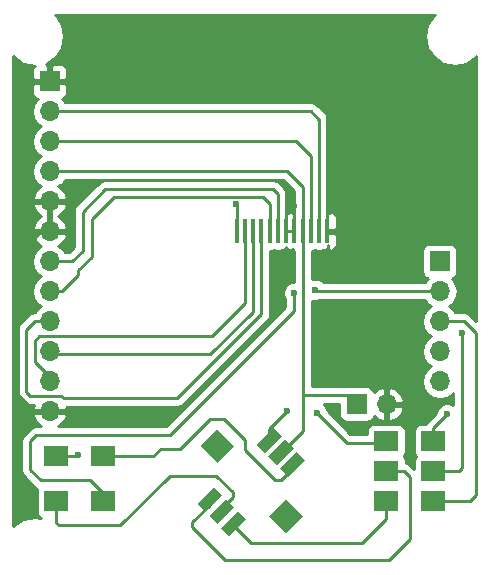
<source format=gbr>
G04 #@! TF.FileFunction,Copper,L1,Top,Signal*
%FSLAX46Y46*%
G04 Gerber Fmt 4.6, Leading zero omitted, Abs format (unit mm)*
G04 Created by KiCad (PCBNEW 4.0.7) date 04/18/19 12:47:30*
%MOMM*%
%LPD*%
G01*
G04 APERTURE LIST*
%ADD10C,0.100000*%
%ADD11R,2.000000X1.700000*%
%ADD12R,1.700000X1.700000*%
%ADD13O,1.700000X1.700000*%
%ADD14R,0.350000X2.000000*%
%ADD15C,0.600000*%
%ADD16C,0.250000*%
%ADD17C,0.254000*%
G04 APERTURE END LIST*
D10*
D11*
X144050000Y-140970000D03*
X148050000Y-140970000D03*
X116110000Y-143510000D03*
X120110000Y-143510000D03*
X144050000Y-143510000D03*
X148050000Y-143510000D03*
X116110000Y-139700000D03*
X120110000Y-139700000D03*
X148050000Y-138430000D03*
X144050000Y-138430000D03*
D12*
X115570000Y-107950000D03*
D13*
X115570000Y-110490000D03*
X115570000Y-113030000D03*
X115570000Y-115570000D03*
X115570000Y-118110000D03*
X115570000Y-120650000D03*
X115570000Y-123190000D03*
X115570000Y-125730000D03*
X115570000Y-128270000D03*
X115570000Y-130810000D03*
X115570000Y-133350000D03*
X115570000Y-135890000D03*
D12*
X148590000Y-123190000D03*
D13*
X148590000Y-125730000D03*
X148590000Y-128270000D03*
X148590000Y-130810000D03*
X148590000Y-133350000D03*
D10*
G36*
X135800688Y-141424035D02*
X135093581Y-140716928D01*
X136507794Y-139302715D01*
X137214901Y-140009822D01*
X135800688Y-141424035D01*
X135800688Y-141424035D01*
G37*
G36*
X134793060Y-140416408D02*
X134085953Y-139709301D01*
X135500166Y-138295088D01*
X136207273Y-139002195D01*
X134793060Y-140416408D01*
X134793060Y-140416408D01*
G37*
G36*
X133785433Y-139408780D02*
X133078326Y-138701673D01*
X134492539Y-137287460D01*
X135199646Y-137994567D01*
X133785433Y-139408780D01*
X133785433Y-139408780D01*
G37*
G36*
X128764975Y-144429239D02*
X128057868Y-143722132D01*
X129472081Y-142307919D01*
X130179188Y-143015026D01*
X128764975Y-144429239D01*
X128764975Y-144429239D01*
G37*
G36*
X130780229Y-146444493D02*
X130073122Y-145737386D01*
X131487335Y-144323173D01*
X132194442Y-145030280D01*
X130780229Y-146444493D01*
X130780229Y-146444493D01*
G37*
G36*
X129772602Y-145436866D02*
X129065495Y-144729759D01*
X130479708Y-143315546D01*
X131186815Y-144022653D01*
X129772602Y-145436866D01*
X129772602Y-145436866D01*
G37*
G36*
X135553200Y-146197006D02*
X134138986Y-144782792D01*
X135553200Y-143368578D01*
X136967414Y-144782792D01*
X135553200Y-146197006D01*
X135553200Y-146197006D01*
G37*
G36*
X129754924Y-140257309D02*
X128340710Y-138843095D01*
X129754924Y-137428881D01*
X131169138Y-138843095D01*
X129754924Y-140257309D01*
X129754924Y-140257309D01*
G37*
D14*
X139080000Y-120650000D03*
X138380000Y-120650000D03*
X137680000Y-120650000D03*
X136980000Y-120650000D03*
X136280000Y-120650000D03*
X135580000Y-120650000D03*
X134880000Y-120650000D03*
X134180000Y-120650000D03*
X133480000Y-120650000D03*
X132780000Y-120650000D03*
X132080000Y-120650000D03*
X131380000Y-120650000D03*
D12*
X141541500Y-135280400D03*
D13*
X144081500Y-135280400D03*
D15*
X150495000Y-129286000D03*
X136271000Y-125857000D03*
X138049000Y-125603000D03*
X117983000Y-139573000D03*
X149225000Y-136144000D03*
X138176000Y-136017000D03*
X135636000Y-135890000D03*
X131318000Y-118364000D03*
X136271000Y-118491000D03*
D16*
X129118528Y-143368579D02*
X129118528Y-143804472D01*
X129118528Y-143804472D02*
X127635000Y-145288000D01*
X127635000Y-145288000D02*
X127635000Y-145669000D01*
X127635000Y-145669000D02*
X130429000Y-148463000D01*
X130429000Y-148463000D02*
X144272000Y-148463000D01*
X144272000Y-148463000D02*
X146050000Y-146685000D01*
X146050000Y-146685000D02*
X146050000Y-141478000D01*
X146050000Y-141478000D02*
X145542000Y-140970000D01*
X145542000Y-140970000D02*
X144050000Y-140970000D01*
X148050000Y-140970000D02*
X150241000Y-140970000D01*
X150495000Y-140716000D02*
X150495000Y-129286000D01*
X150241000Y-140970000D02*
X150495000Y-140716000D01*
X130126155Y-144376206D02*
X130126155Y-144066845D01*
X130126155Y-144066845D02*
X131064000Y-143129000D01*
X131064000Y-143129000D02*
X131064000Y-142748000D01*
X131064000Y-142748000D02*
X129667000Y-141351000D01*
X129667000Y-141351000D02*
X125730000Y-141351000D01*
X125730000Y-141351000D02*
X121539000Y-145542000D01*
X121539000Y-145542000D02*
X116332000Y-145542000D01*
X116332000Y-145542000D02*
X116110000Y-145320000D01*
X116110000Y-145320000D02*
X116110000Y-143510000D01*
X120110000Y-143510000D02*
X120110000Y-142843000D01*
X120110000Y-142843000D02*
X118999000Y-141732000D01*
X118999000Y-141732000D02*
X114808000Y-141732000D01*
X114808000Y-141732000D02*
X113919000Y-140843000D01*
X113919000Y-140843000D02*
X113919000Y-138430000D01*
X113919000Y-138430000D02*
X114427000Y-137922000D01*
X114427000Y-137922000D02*
X125730000Y-137922000D01*
X125730000Y-137922000D02*
X136271000Y-127381000D01*
X136271000Y-127381000D02*
X136271000Y-125857000D01*
X138049000Y-125603000D02*
X138176000Y-125730000D01*
X138176000Y-125730000D02*
X148590000Y-125730000D01*
X131133782Y-145383833D02*
X131133782Y-145611782D01*
X131133782Y-145611782D02*
X132588000Y-147066000D01*
X132588000Y-147066000D02*
X141986000Y-147066000D01*
X141986000Y-147066000D02*
X144050000Y-145002000D01*
X144050000Y-145002000D02*
X144050000Y-143510000D01*
X148050000Y-143510000D02*
X151130000Y-143510000D01*
X150622000Y-128270000D02*
X148590000Y-128270000D01*
X151638000Y-129286000D02*
X150622000Y-128270000D01*
X151638000Y-143002000D02*
X151638000Y-129286000D01*
X151130000Y-143510000D02*
X151638000Y-143002000D01*
X116110000Y-139700000D02*
X117856000Y-139700000D01*
X117856000Y-139700000D02*
X117983000Y-139573000D01*
X120110000Y-139700000D02*
X124333000Y-139700000D01*
X135128000Y-141732000D02*
X136154241Y-140705759D01*
X134620000Y-141732000D02*
X135128000Y-141732000D01*
X132080000Y-139192000D02*
X134620000Y-141732000D01*
X132080000Y-138303000D02*
X132080000Y-139192000D01*
X130302000Y-136525000D02*
X132080000Y-138303000D01*
X129159000Y-136525000D02*
X130302000Y-136525000D01*
X126619000Y-139065000D02*
X129159000Y-136525000D01*
X124968000Y-139065000D02*
X126619000Y-139065000D01*
X124333000Y-139700000D02*
X124968000Y-139065000D01*
X136154241Y-140705759D02*
X136154241Y-140363375D01*
X148050000Y-138430000D02*
X148050000Y-137319000D01*
X148050000Y-137319000D02*
X149225000Y-136144000D01*
X134138986Y-138348120D02*
X134138986Y-137387014D01*
X140716000Y-138557000D02*
X143923000Y-138557000D01*
X138176000Y-136017000D02*
X140716000Y-138557000D01*
X134138986Y-137387014D02*
X135636000Y-135890000D01*
X143923000Y-138557000D02*
X144050000Y-138430000D01*
X136280000Y-120650000D02*
X136280000Y-118500000D01*
X131380000Y-118426000D02*
X131380000Y-120650000D01*
X131318000Y-118364000D02*
X131380000Y-118426000D01*
X136280000Y-118500000D02*
X136271000Y-118491000D01*
X115570000Y-120650000D02*
X114808000Y-120650000D01*
X114808000Y-120650000D02*
X112903000Y-122555000D01*
X114300000Y-135890000D02*
X115570000Y-135890000D01*
X112903000Y-134493000D02*
X114300000Y-135890000D01*
X112903000Y-122555000D02*
X112903000Y-134493000D01*
X115570000Y-120650000D02*
X115570000Y-118110000D01*
X115570000Y-118110000D02*
X114046000Y-118110000D01*
X114300000Y-107950000D02*
X115570000Y-107950000D01*
X113284000Y-108966000D02*
X114300000Y-107950000D01*
X113284000Y-117348000D02*
X113284000Y-108966000D01*
X114046000Y-118110000D02*
X113284000Y-117348000D01*
X135580000Y-120650000D02*
X135580000Y-116911000D01*
X117221000Y-117983000D02*
X115697000Y-117983000D01*
X118872000Y-116332000D02*
X117221000Y-117983000D01*
X135001000Y-116332000D02*
X118872000Y-116332000D01*
X135580000Y-116911000D02*
X135001000Y-116332000D01*
X115697000Y-117983000D02*
X115570000Y-118110000D01*
X136280000Y-120650000D02*
X135580000Y-120650000D01*
X139080000Y-120650000D02*
X139080000Y-109743000D01*
X139080000Y-109743000D02*
X137287000Y-107950000D01*
X137287000Y-107950000D02*
X115570000Y-107950000D01*
X138380000Y-120650000D02*
X138380000Y-111202000D01*
X137668000Y-110490000D02*
X115570000Y-110490000D01*
X138380000Y-111202000D02*
X137668000Y-110490000D01*
X137680000Y-120650000D02*
X137680000Y-114312000D01*
X136398000Y-113030000D02*
X115570000Y-113030000D01*
X137680000Y-114312000D02*
X136398000Y-113030000D01*
X137033000Y-134518400D02*
X140779500Y-134518400D01*
X140779500Y-134518400D02*
X141541500Y-135280400D01*
X135146613Y-139355748D02*
X135218252Y-139355748D01*
X135218252Y-139355748D02*
X137033000Y-137541000D01*
X137033000Y-137541000D02*
X137033000Y-134518400D01*
X137033000Y-134518400D02*
X137033000Y-120703000D01*
X137033000Y-120703000D02*
X136980000Y-120650000D01*
X136980000Y-120650000D02*
X136980000Y-116914000D01*
X135636000Y-115570000D02*
X115570000Y-115570000D01*
X136980000Y-116914000D02*
X135636000Y-115570000D01*
X134880000Y-120650000D02*
X134880000Y-117481000D01*
X117475000Y-123190000D02*
X115570000Y-123190000D01*
X118364000Y-122301000D02*
X117475000Y-123190000D01*
X118364000Y-118999000D02*
X118364000Y-122301000D01*
X120269000Y-117094000D02*
X118364000Y-118999000D01*
X134493000Y-117094000D02*
X120269000Y-117094000D01*
X134880000Y-117481000D02*
X134493000Y-117094000D01*
X134180000Y-120650000D02*
X134180000Y-118305000D01*
X116586000Y-125730000D02*
X115570000Y-125730000D01*
X117983000Y-124333000D02*
X116586000Y-125730000D01*
X117983000Y-123952000D02*
X117983000Y-124333000D01*
X119126000Y-122809000D02*
X117983000Y-123952000D01*
X119126000Y-119634000D02*
X119126000Y-122809000D01*
X121031000Y-117729000D02*
X119126000Y-119634000D01*
X133604000Y-117729000D02*
X121031000Y-117729000D01*
X134180000Y-118305000D02*
X133604000Y-117729000D01*
X133480000Y-120650000D02*
X133480000Y-127632000D01*
X114300000Y-128270000D02*
X115570000Y-128270000D01*
X113538000Y-129032000D02*
X114300000Y-128270000D01*
X113538000Y-134239000D02*
X113538000Y-129032000D01*
X113919000Y-134620000D02*
X113538000Y-134239000D01*
X116586000Y-134620000D02*
X113919000Y-134620000D01*
X116713000Y-134747000D02*
X116586000Y-134620000D01*
X126365000Y-134747000D02*
X116713000Y-134747000D01*
X133480000Y-127632000D02*
X126365000Y-134747000D01*
X132780000Y-120650000D02*
X132780000Y-127443000D01*
X129159000Y-131064000D02*
X115824000Y-131064000D01*
X132780000Y-127443000D02*
X129159000Y-131064000D01*
X115824000Y-131064000D02*
X115570000Y-130810000D01*
X132080000Y-120650000D02*
X132080000Y-126746000D01*
X114300000Y-131699000D02*
X115570000Y-132969000D01*
X114300000Y-129921000D02*
X114300000Y-131699000D01*
X114681000Y-129540000D02*
X114300000Y-129921000D01*
X129286000Y-129540000D02*
X114681000Y-129540000D01*
X132080000Y-126746000D02*
X129286000Y-129540000D01*
X115570000Y-132969000D02*
X115570000Y-133350000D01*
D17*
G36*
X148087954Y-102367954D02*
X147544711Y-103180976D01*
X147353949Y-104140000D01*
X147544711Y-105099024D01*
X148087954Y-105912046D01*
X148900976Y-106455289D01*
X149860000Y-106646051D01*
X150819024Y-106455289D01*
X151632046Y-105912046D01*
X151690000Y-105825312D01*
X151690000Y-128263198D01*
X151159401Y-127732599D01*
X150912839Y-127567852D01*
X150622000Y-127510000D01*
X149862954Y-127510000D01*
X149669147Y-127219946D01*
X149339974Y-127000000D01*
X149669147Y-126780054D01*
X149991054Y-126298285D01*
X150104093Y-125730000D01*
X149991054Y-125161715D01*
X149669147Y-124679946D01*
X149627548Y-124652150D01*
X149675317Y-124643162D01*
X149891441Y-124504090D01*
X150036431Y-124291890D01*
X150087440Y-124040000D01*
X150087440Y-122340000D01*
X150043162Y-122104683D01*
X149904090Y-121888559D01*
X149691890Y-121743569D01*
X149440000Y-121692560D01*
X147740000Y-121692560D01*
X147504683Y-121736838D01*
X147288559Y-121875910D01*
X147143569Y-122088110D01*
X147092560Y-122340000D01*
X147092560Y-124040000D01*
X147136838Y-124275317D01*
X147275910Y-124491441D01*
X147488110Y-124636431D01*
X147555541Y-124650086D01*
X147510853Y-124679946D01*
X147317046Y-124970000D01*
X138738241Y-124970000D01*
X138579327Y-124810808D01*
X138235799Y-124668162D01*
X137863833Y-124667838D01*
X137793000Y-124697106D01*
X137793000Y-122297440D01*
X137855000Y-122297440D01*
X138036424Y-122263303D01*
X138205000Y-122297440D01*
X138555000Y-122297440D01*
X138729469Y-122264611D01*
X138778691Y-122285000D01*
X138833750Y-122285000D01*
X138992500Y-122126250D01*
X138992500Y-122123061D01*
X139006441Y-122114090D01*
X139151431Y-121901890D01*
X139167500Y-121822539D01*
X139167500Y-122126250D01*
X139326250Y-122285000D01*
X139381309Y-122285000D01*
X139614698Y-122188327D01*
X139793327Y-122009699D01*
X139890000Y-121776310D01*
X139890000Y-120935750D01*
X139731250Y-120777000D01*
X139202440Y-120777000D01*
X139202440Y-120523000D01*
X139731250Y-120523000D01*
X139890000Y-120364250D01*
X139890000Y-119523690D01*
X139793327Y-119290301D01*
X139614698Y-119111673D01*
X139381309Y-119015000D01*
X139326250Y-119015000D01*
X139207002Y-119134248D01*
X139207002Y-119015000D01*
X139140000Y-119015000D01*
X139140000Y-111202000D01*
X139082148Y-110911161D01*
X138917401Y-110664599D01*
X138205401Y-109952599D01*
X137958839Y-109787852D01*
X137668000Y-109730000D01*
X116842954Y-109730000D01*
X116649147Y-109439946D01*
X116605223Y-109410597D01*
X116779698Y-109338327D01*
X116958327Y-109159699D01*
X117055000Y-108926310D01*
X117055000Y-108235750D01*
X116896250Y-108077000D01*
X115697000Y-108077000D01*
X115697000Y-108097000D01*
X115443000Y-108097000D01*
X115443000Y-108077000D01*
X114243750Y-108077000D01*
X114085000Y-108235750D01*
X114085000Y-108926310D01*
X114181673Y-109159699D01*
X114360302Y-109338327D01*
X114534777Y-109410597D01*
X114490853Y-109439946D01*
X114168946Y-109921715D01*
X114055907Y-110490000D01*
X114168946Y-111058285D01*
X114490853Y-111540054D01*
X114820026Y-111760000D01*
X114490853Y-111979946D01*
X114168946Y-112461715D01*
X114055907Y-113030000D01*
X114168946Y-113598285D01*
X114490853Y-114080054D01*
X114820026Y-114300000D01*
X114490853Y-114519946D01*
X114168946Y-115001715D01*
X114055907Y-115570000D01*
X114168946Y-116138285D01*
X114490853Y-116620054D01*
X114831553Y-116847702D01*
X114688642Y-116914817D01*
X114298355Y-117343076D01*
X114128524Y-117753110D01*
X114249845Y-117983000D01*
X115443000Y-117983000D01*
X115443000Y-117963000D01*
X115697000Y-117963000D01*
X115697000Y-117983000D01*
X116890155Y-117983000D01*
X117011476Y-117753110D01*
X116841645Y-117343076D01*
X116451358Y-116914817D01*
X116308447Y-116847702D01*
X116649147Y-116620054D01*
X116842954Y-116330000D01*
X135321198Y-116330000D01*
X136220000Y-117228802D01*
X136220000Y-119015000D01*
X136152998Y-119015000D01*
X136152998Y-119134248D01*
X136033750Y-119015000D01*
X135978691Y-119015000D01*
X135930000Y-119035168D01*
X135881309Y-119015000D01*
X135826250Y-119015000D01*
X135707002Y-119134248D01*
X135707002Y-119015000D01*
X135640000Y-119015000D01*
X135640000Y-117481000D01*
X135582148Y-117190161D01*
X135417401Y-116943599D01*
X135030401Y-116556599D01*
X134783839Y-116391852D01*
X134493000Y-116334000D01*
X120269000Y-116334000D01*
X119978161Y-116391852D01*
X119731599Y-116556599D01*
X117826599Y-118461599D01*
X117661852Y-118708161D01*
X117604000Y-118999000D01*
X117604000Y-121986198D01*
X117160198Y-122430000D01*
X116842954Y-122430000D01*
X116649147Y-122139946D01*
X116308447Y-121912298D01*
X116451358Y-121845183D01*
X116841645Y-121416924D01*
X117011476Y-121006890D01*
X116890155Y-120777000D01*
X115697000Y-120777000D01*
X115697000Y-120797000D01*
X115443000Y-120797000D01*
X115443000Y-120777000D01*
X114249845Y-120777000D01*
X114128524Y-121006890D01*
X114298355Y-121416924D01*
X114688642Y-121845183D01*
X114831553Y-121912298D01*
X114490853Y-122139946D01*
X114168946Y-122621715D01*
X114055907Y-123190000D01*
X114168946Y-123758285D01*
X114490853Y-124240054D01*
X114820026Y-124460000D01*
X114490853Y-124679946D01*
X114168946Y-125161715D01*
X114055907Y-125730000D01*
X114168946Y-126298285D01*
X114490853Y-126780054D01*
X114820026Y-127000000D01*
X114490853Y-127219946D01*
X114296593Y-127510678D01*
X114009161Y-127567852D01*
X113762599Y-127732599D01*
X113000599Y-128494599D01*
X112835852Y-128741161D01*
X112778000Y-129032000D01*
X112778000Y-134239000D01*
X112835852Y-134529839D01*
X113000599Y-134776401D01*
X113381599Y-135157401D01*
X113628160Y-135322148D01*
X113919000Y-135380000D01*
X114191940Y-135380000D01*
X114128524Y-135533110D01*
X114249845Y-135763000D01*
X115443000Y-135763000D01*
X115443000Y-135743000D01*
X115697000Y-135743000D01*
X115697000Y-135763000D01*
X116890155Y-135763000D01*
X117011476Y-135533110D01*
X117000662Y-135507000D01*
X126365000Y-135507000D01*
X126655839Y-135449148D01*
X126902401Y-135284401D01*
X134017401Y-128169402D01*
X134182147Y-127922840D01*
X134182148Y-127922839D01*
X134240000Y-127632000D01*
X134240000Y-122297440D01*
X134355000Y-122297440D01*
X134536424Y-122263303D01*
X134705000Y-122297440D01*
X135055000Y-122297440D01*
X135229469Y-122264611D01*
X135278691Y-122285000D01*
X135333750Y-122285000D01*
X135492500Y-122126250D01*
X135492500Y-122123061D01*
X135506441Y-122114090D01*
X135573265Y-122016290D01*
X135667500Y-122110525D01*
X135667500Y-122126250D01*
X135826250Y-122285000D01*
X135881309Y-122285000D01*
X135930000Y-122264832D01*
X135978691Y-122285000D01*
X136033750Y-122285000D01*
X136152998Y-122165752D01*
X136152998Y-122285000D01*
X136273000Y-122285000D01*
X136273000Y-124922001D01*
X136085833Y-124921838D01*
X135742057Y-125063883D01*
X135478808Y-125326673D01*
X135336162Y-125670201D01*
X135335838Y-126042167D01*
X135477883Y-126385943D01*
X135511000Y-126419118D01*
X135511000Y-127066198D01*
X125415198Y-137162000D01*
X116287788Y-137162000D01*
X116451358Y-137085183D01*
X116841645Y-136656924D01*
X117011476Y-136246890D01*
X116890155Y-136017000D01*
X115697000Y-136017000D01*
X115697000Y-136037000D01*
X115443000Y-136037000D01*
X115443000Y-136017000D01*
X114249845Y-136017000D01*
X114128524Y-136246890D01*
X114298355Y-136656924D01*
X114688642Y-137085183D01*
X114852212Y-137162000D01*
X114427000Y-137162000D01*
X114136161Y-137219852D01*
X113949338Y-137344683D01*
X113889599Y-137384599D01*
X113381599Y-137892599D01*
X113216852Y-138139161D01*
X113159000Y-138430000D01*
X113159000Y-140843000D01*
X113216852Y-141133839D01*
X113381599Y-141380401D01*
X114270599Y-142269401D01*
X114509353Y-142428931D01*
X114462560Y-142660000D01*
X114462560Y-144360000D01*
X114506838Y-144595317D01*
X114645910Y-144811441D01*
X114793144Y-144912042D01*
X114300000Y-144813949D01*
X113340976Y-145004711D01*
X112527954Y-145547954D01*
X112470000Y-145634688D01*
X112470000Y-118466890D01*
X114128524Y-118466890D01*
X114298355Y-118876924D01*
X114688642Y-119305183D01*
X114847954Y-119380000D01*
X114688642Y-119454817D01*
X114298355Y-119883076D01*
X114128524Y-120293110D01*
X114249845Y-120523000D01*
X115443000Y-120523000D01*
X115443000Y-118237000D01*
X115697000Y-118237000D01*
X115697000Y-120523000D01*
X116890155Y-120523000D01*
X117011476Y-120293110D01*
X116841645Y-119883076D01*
X116451358Y-119454817D01*
X116292046Y-119380000D01*
X116451358Y-119305183D01*
X116841645Y-118876924D01*
X117011476Y-118466890D01*
X116890155Y-118237000D01*
X115697000Y-118237000D01*
X115443000Y-118237000D01*
X114249845Y-118237000D01*
X114128524Y-118466890D01*
X112470000Y-118466890D01*
X112470000Y-105825312D01*
X112527954Y-105912046D01*
X113340976Y-106455289D01*
X114279918Y-106642056D01*
X114181673Y-106740301D01*
X114085000Y-106973690D01*
X114085000Y-107664250D01*
X114243750Y-107823000D01*
X115443000Y-107823000D01*
X115443000Y-106623750D01*
X115697000Y-106623750D01*
X115697000Y-107823000D01*
X116896250Y-107823000D01*
X117055000Y-107664250D01*
X117055000Y-106973690D01*
X116958327Y-106740301D01*
X116779698Y-106561673D01*
X116546309Y-106465000D01*
X115855750Y-106465000D01*
X115697000Y-106623750D01*
X115443000Y-106623750D01*
X115284250Y-106465000D01*
X115210204Y-106465000D01*
X115259024Y-106455289D01*
X116072046Y-105912046D01*
X116615289Y-105099024D01*
X116806051Y-104140000D01*
X116615289Y-103180976D01*
X116072046Y-102367954D01*
X115985312Y-102310000D01*
X148174688Y-102310000D01*
X148087954Y-102367954D01*
X148087954Y-102367954D01*
G37*
X148087954Y-102367954D02*
X147544711Y-103180976D01*
X147353949Y-104140000D01*
X147544711Y-105099024D01*
X148087954Y-105912046D01*
X148900976Y-106455289D01*
X149860000Y-106646051D01*
X150819024Y-106455289D01*
X151632046Y-105912046D01*
X151690000Y-105825312D01*
X151690000Y-128263198D01*
X151159401Y-127732599D01*
X150912839Y-127567852D01*
X150622000Y-127510000D01*
X149862954Y-127510000D01*
X149669147Y-127219946D01*
X149339974Y-127000000D01*
X149669147Y-126780054D01*
X149991054Y-126298285D01*
X150104093Y-125730000D01*
X149991054Y-125161715D01*
X149669147Y-124679946D01*
X149627548Y-124652150D01*
X149675317Y-124643162D01*
X149891441Y-124504090D01*
X150036431Y-124291890D01*
X150087440Y-124040000D01*
X150087440Y-122340000D01*
X150043162Y-122104683D01*
X149904090Y-121888559D01*
X149691890Y-121743569D01*
X149440000Y-121692560D01*
X147740000Y-121692560D01*
X147504683Y-121736838D01*
X147288559Y-121875910D01*
X147143569Y-122088110D01*
X147092560Y-122340000D01*
X147092560Y-124040000D01*
X147136838Y-124275317D01*
X147275910Y-124491441D01*
X147488110Y-124636431D01*
X147555541Y-124650086D01*
X147510853Y-124679946D01*
X147317046Y-124970000D01*
X138738241Y-124970000D01*
X138579327Y-124810808D01*
X138235799Y-124668162D01*
X137863833Y-124667838D01*
X137793000Y-124697106D01*
X137793000Y-122297440D01*
X137855000Y-122297440D01*
X138036424Y-122263303D01*
X138205000Y-122297440D01*
X138555000Y-122297440D01*
X138729469Y-122264611D01*
X138778691Y-122285000D01*
X138833750Y-122285000D01*
X138992500Y-122126250D01*
X138992500Y-122123061D01*
X139006441Y-122114090D01*
X139151431Y-121901890D01*
X139167500Y-121822539D01*
X139167500Y-122126250D01*
X139326250Y-122285000D01*
X139381309Y-122285000D01*
X139614698Y-122188327D01*
X139793327Y-122009699D01*
X139890000Y-121776310D01*
X139890000Y-120935750D01*
X139731250Y-120777000D01*
X139202440Y-120777000D01*
X139202440Y-120523000D01*
X139731250Y-120523000D01*
X139890000Y-120364250D01*
X139890000Y-119523690D01*
X139793327Y-119290301D01*
X139614698Y-119111673D01*
X139381309Y-119015000D01*
X139326250Y-119015000D01*
X139207002Y-119134248D01*
X139207002Y-119015000D01*
X139140000Y-119015000D01*
X139140000Y-111202000D01*
X139082148Y-110911161D01*
X138917401Y-110664599D01*
X138205401Y-109952599D01*
X137958839Y-109787852D01*
X137668000Y-109730000D01*
X116842954Y-109730000D01*
X116649147Y-109439946D01*
X116605223Y-109410597D01*
X116779698Y-109338327D01*
X116958327Y-109159699D01*
X117055000Y-108926310D01*
X117055000Y-108235750D01*
X116896250Y-108077000D01*
X115697000Y-108077000D01*
X115697000Y-108097000D01*
X115443000Y-108097000D01*
X115443000Y-108077000D01*
X114243750Y-108077000D01*
X114085000Y-108235750D01*
X114085000Y-108926310D01*
X114181673Y-109159699D01*
X114360302Y-109338327D01*
X114534777Y-109410597D01*
X114490853Y-109439946D01*
X114168946Y-109921715D01*
X114055907Y-110490000D01*
X114168946Y-111058285D01*
X114490853Y-111540054D01*
X114820026Y-111760000D01*
X114490853Y-111979946D01*
X114168946Y-112461715D01*
X114055907Y-113030000D01*
X114168946Y-113598285D01*
X114490853Y-114080054D01*
X114820026Y-114300000D01*
X114490853Y-114519946D01*
X114168946Y-115001715D01*
X114055907Y-115570000D01*
X114168946Y-116138285D01*
X114490853Y-116620054D01*
X114831553Y-116847702D01*
X114688642Y-116914817D01*
X114298355Y-117343076D01*
X114128524Y-117753110D01*
X114249845Y-117983000D01*
X115443000Y-117983000D01*
X115443000Y-117963000D01*
X115697000Y-117963000D01*
X115697000Y-117983000D01*
X116890155Y-117983000D01*
X117011476Y-117753110D01*
X116841645Y-117343076D01*
X116451358Y-116914817D01*
X116308447Y-116847702D01*
X116649147Y-116620054D01*
X116842954Y-116330000D01*
X135321198Y-116330000D01*
X136220000Y-117228802D01*
X136220000Y-119015000D01*
X136152998Y-119015000D01*
X136152998Y-119134248D01*
X136033750Y-119015000D01*
X135978691Y-119015000D01*
X135930000Y-119035168D01*
X135881309Y-119015000D01*
X135826250Y-119015000D01*
X135707002Y-119134248D01*
X135707002Y-119015000D01*
X135640000Y-119015000D01*
X135640000Y-117481000D01*
X135582148Y-117190161D01*
X135417401Y-116943599D01*
X135030401Y-116556599D01*
X134783839Y-116391852D01*
X134493000Y-116334000D01*
X120269000Y-116334000D01*
X119978161Y-116391852D01*
X119731599Y-116556599D01*
X117826599Y-118461599D01*
X117661852Y-118708161D01*
X117604000Y-118999000D01*
X117604000Y-121986198D01*
X117160198Y-122430000D01*
X116842954Y-122430000D01*
X116649147Y-122139946D01*
X116308447Y-121912298D01*
X116451358Y-121845183D01*
X116841645Y-121416924D01*
X117011476Y-121006890D01*
X116890155Y-120777000D01*
X115697000Y-120777000D01*
X115697000Y-120797000D01*
X115443000Y-120797000D01*
X115443000Y-120777000D01*
X114249845Y-120777000D01*
X114128524Y-121006890D01*
X114298355Y-121416924D01*
X114688642Y-121845183D01*
X114831553Y-121912298D01*
X114490853Y-122139946D01*
X114168946Y-122621715D01*
X114055907Y-123190000D01*
X114168946Y-123758285D01*
X114490853Y-124240054D01*
X114820026Y-124460000D01*
X114490853Y-124679946D01*
X114168946Y-125161715D01*
X114055907Y-125730000D01*
X114168946Y-126298285D01*
X114490853Y-126780054D01*
X114820026Y-127000000D01*
X114490853Y-127219946D01*
X114296593Y-127510678D01*
X114009161Y-127567852D01*
X113762599Y-127732599D01*
X113000599Y-128494599D01*
X112835852Y-128741161D01*
X112778000Y-129032000D01*
X112778000Y-134239000D01*
X112835852Y-134529839D01*
X113000599Y-134776401D01*
X113381599Y-135157401D01*
X113628160Y-135322148D01*
X113919000Y-135380000D01*
X114191940Y-135380000D01*
X114128524Y-135533110D01*
X114249845Y-135763000D01*
X115443000Y-135763000D01*
X115443000Y-135743000D01*
X115697000Y-135743000D01*
X115697000Y-135763000D01*
X116890155Y-135763000D01*
X117011476Y-135533110D01*
X117000662Y-135507000D01*
X126365000Y-135507000D01*
X126655839Y-135449148D01*
X126902401Y-135284401D01*
X134017401Y-128169402D01*
X134182147Y-127922840D01*
X134182148Y-127922839D01*
X134240000Y-127632000D01*
X134240000Y-122297440D01*
X134355000Y-122297440D01*
X134536424Y-122263303D01*
X134705000Y-122297440D01*
X135055000Y-122297440D01*
X135229469Y-122264611D01*
X135278691Y-122285000D01*
X135333750Y-122285000D01*
X135492500Y-122126250D01*
X135492500Y-122123061D01*
X135506441Y-122114090D01*
X135573265Y-122016290D01*
X135667500Y-122110525D01*
X135667500Y-122126250D01*
X135826250Y-122285000D01*
X135881309Y-122285000D01*
X135930000Y-122264832D01*
X135978691Y-122285000D01*
X136033750Y-122285000D01*
X136152998Y-122165752D01*
X136152998Y-122285000D01*
X136273000Y-122285000D01*
X136273000Y-124922001D01*
X136085833Y-124921838D01*
X135742057Y-125063883D01*
X135478808Y-125326673D01*
X135336162Y-125670201D01*
X135335838Y-126042167D01*
X135477883Y-126385943D01*
X135511000Y-126419118D01*
X135511000Y-127066198D01*
X125415198Y-137162000D01*
X116287788Y-137162000D01*
X116451358Y-137085183D01*
X116841645Y-136656924D01*
X117011476Y-136246890D01*
X116890155Y-136017000D01*
X115697000Y-136017000D01*
X115697000Y-136037000D01*
X115443000Y-136037000D01*
X115443000Y-136017000D01*
X114249845Y-136017000D01*
X114128524Y-136246890D01*
X114298355Y-136656924D01*
X114688642Y-137085183D01*
X114852212Y-137162000D01*
X114427000Y-137162000D01*
X114136161Y-137219852D01*
X113949338Y-137344683D01*
X113889599Y-137384599D01*
X113381599Y-137892599D01*
X113216852Y-138139161D01*
X113159000Y-138430000D01*
X113159000Y-140843000D01*
X113216852Y-141133839D01*
X113381599Y-141380401D01*
X114270599Y-142269401D01*
X114509353Y-142428931D01*
X114462560Y-142660000D01*
X114462560Y-144360000D01*
X114506838Y-144595317D01*
X114645910Y-144811441D01*
X114793144Y-144912042D01*
X114300000Y-144813949D01*
X113340976Y-145004711D01*
X112527954Y-145547954D01*
X112470000Y-145634688D01*
X112470000Y-118466890D01*
X114128524Y-118466890D01*
X114298355Y-118876924D01*
X114688642Y-119305183D01*
X114847954Y-119380000D01*
X114688642Y-119454817D01*
X114298355Y-119883076D01*
X114128524Y-120293110D01*
X114249845Y-120523000D01*
X115443000Y-120523000D01*
X115443000Y-118237000D01*
X115697000Y-118237000D01*
X115697000Y-120523000D01*
X116890155Y-120523000D01*
X117011476Y-120293110D01*
X116841645Y-119883076D01*
X116451358Y-119454817D01*
X116292046Y-119380000D01*
X116451358Y-119305183D01*
X116841645Y-118876924D01*
X117011476Y-118466890D01*
X116890155Y-118237000D01*
X115697000Y-118237000D01*
X115443000Y-118237000D01*
X114249845Y-118237000D01*
X114128524Y-118466890D01*
X112470000Y-118466890D01*
X112470000Y-105825312D01*
X112527954Y-105912046D01*
X113340976Y-106455289D01*
X114279918Y-106642056D01*
X114181673Y-106740301D01*
X114085000Y-106973690D01*
X114085000Y-107664250D01*
X114243750Y-107823000D01*
X115443000Y-107823000D01*
X115443000Y-106623750D01*
X115697000Y-106623750D01*
X115697000Y-107823000D01*
X116896250Y-107823000D01*
X117055000Y-107664250D01*
X117055000Y-106973690D01*
X116958327Y-106740301D01*
X116779698Y-106561673D01*
X116546309Y-106465000D01*
X115855750Y-106465000D01*
X115697000Y-106623750D01*
X115443000Y-106623750D01*
X115284250Y-106465000D01*
X115210204Y-106465000D01*
X115259024Y-106455289D01*
X116072046Y-105912046D01*
X116615289Y-105099024D01*
X116806051Y-104140000D01*
X116615289Y-103180976D01*
X116072046Y-102367954D01*
X115985312Y-102310000D01*
X148174688Y-102310000D01*
X148087954Y-102367954D01*
G36*
X147510853Y-126780054D02*
X147840026Y-127000000D01*
X147510853Y-127219946D01*
X147188946Y-127701715D01*
X147075907Y-128270000D01*
X147188946Y-128838285D01*
X147510853Y-129320054D01*
X147840026Y-129540000D01*
X147510853Y-129759946D01*
X147188946Y-130241715D01*
X147075907Y-130810000D01*
X147188946Y-131378285D01*
X147510853Y-131860054D01*
X147840026Y-132080000D01*
X147510853Y-132299946D01*
X147188946Y-132781715D01*
X147075907Y-133350000D01*
X147188946Y-133918285D01*
X147510853Y-134400054D01*
X147992622Y-134721961D01*
X148560907Y-134835000D01*
X148619093Y-134835000D01*
X149187378Y-134721961D01*
X149669147Y-134400054D01*
X149735000Y-134301498D01*
X149735000Y-135343367D01*
X149411799Y-135209162D01*
X149039833Y-135208838D01*
X148696057Y-135350883D01*
X148432808Y-135613673D01*
X148290162Y-135957201D01*
X148290121Y-136004077D01*
X147512599Y-136781599D01*
X147411730Y-136932560D01*
X147050000Y-136932560D01*
X146814683Y-136976838D01*
X146598559Y-137115910D01*
X146453569Y-137328110D01*
X146402560Y-137580000D01*
X146402560Y-139280000D01*
X146446838Y-139515317D01*
X146567015Y-139702077D01*
X146453569Y-139868110D01*
X146402560Y-140120000D01*
X146402560Y-140755758D01*
X146079401Y-140432599D01*
X145832839Y-140267852D01*
X145697440Y-140240919D01*
X145697440Y-140120000D01*
X145653162Y-139884683D01*
X145532985Y-139697923D01*
X145646431Y-139531890D01*
X145697440Y-139280000D01*
X145697440Y-137580000D01*
X145653162Y-137344683D01*
X145514090Y-137128559D01*
X145301890Y-136983569D01*
X145050000Y-136932560D01*
X143050000Y-136932560D01*
X142814683Y-136976838D01*
X142598559Y-137115910D01*
X142453569Y-137328110D01*
X142402560Y-137580000D01*
X142402560Y-137797000D01*
X141030802Y-137797000D01*
X139111122Y-135877320D01*
X139111162Y-135831833D01*
X138969117Y-135488057D01*
X138759826Y-135278400D01*
X140044060Y-135278400D01*
X140044060Y-136130400D01*
X140088338Y-136365717D01*
X140227410Y-136581841D01*
X140439610Y-136726831D01*
X140691500Y-136777840D01*
X142391500Y-136777840D01*
X142626817Y-136733562D01*
X142842941Y-136594490D01*
X142987931Y-136382290D01*
X143009801Y-136274293D01*
X143314576Y-136552045D01*
X143724610Y-136721876D01*
X143954500Y-136600555D01*
X143954500Y-135407400D01*
X144208500Y-135407400D01*
X144208500Y-136600555D01*
X144438390Y-136721876D01*
X144848424Y-136552045D01*
X145276683Y-136161758D01*
X145522986Y-135637292D01*
X145402319Y-135407400D01*
X144208500Y-135407400D01*
X143954500Y-135407400D01*
X143934500Y-135407400D01*
X143934500Y-135153400D01*
X143954500Y-135153400D01*
X143954500Y-133960245D01*
X144208500Y-133960245D01*
X144208500Y-135153400D01*
X145402319Y-135153400D01*
X145522986Y-134923508D01*
X145276683Y-134399042D01*
X144848424Y-134008755D01*
X144438390Y-133838924D01*
X144208500Y-133960245D01*
X143954500Y-133960245D01*
X143724610Y-133838924D01*
X143314576Y-134008755D01*
X143011563Y-134284901D01*
X142994662Y-134195083D01*
X142855590Y-133978959D01*
X142643390Y-133833969D01*
X142391500Y-133782960D01*
X140902970Y-133782960D01*
X140779500Y-133758400D01*
X137793000Y-133758400D01*
X137793000Y-126509103D01*
X137862201Y-126537838D01*
X138234167Y-126538162D01*
X138350728Y-126490000D01*
X147317046Y-126490000D01*
X147510853Y-126780054D01*
X147510853Y-126780054D01*
G37*
X147510853Y-126780054D02*
X147840026Y-127000000D01*
X147510853Y-127219946D01*
X147188946Y-127701715D01*
X147075907Y-128270000D01*
X147188946Y-128838285D01*
X147510853Y-129320054D01*
X147840026Y-129540000D01*
X147510853Y-129759946D01*
X147188946Y-130241715D01*
X147075907Y-130810000D01*
X147188946Y-131378285D01*
X147510853Y-131860054D01*
X147840026Y-132080000D01*
X147510853Y-132299946D01*
X147188946Y-132781715D01*
X147075907Y-133350000D01*
X147188946Y-133918285D01*
X147510853Y-134400054D01*
X147992622Y-134721961D01*
X148560907Y-134835000D01*
X148619093Y-134835000D01*
X149187378Y-134721961D01*
X149669147Y-134400054D01*
X149735000Y-134301498D01*
X149735000Y-135343367D01*
X149411799Y-135209162D01*
X149039833Y-135208838D01*
X148696057Y-135350883D01*
X148432808Y-135613673D01*
X148290162Y-135957201D01*
X148290121Y-136004077D01*
X147512599Y-136781599D01*
X147411730Y-136932560D01*
X147050000Y-136932560D01*
X146814683Y-136976838D01*
X146598559Y-137115910D01*
X146453569Y-137328110D01*
X146402560Y-137580000D01*
X146402560Y-139280000D01*
X146446838Y-139515317D01*
X146567015Y-139702077D01*
X146453569Y-139868110D01*
X146402560Y-140120000D01*
X146402560Y-140755758D01*
X146079401Y-140432599D01*
X145832839Y-140267852D01*
X145697440Y-140240919D01*
X145697440Y-140120000D01*
X145653162Y-139884683D01*
X145532985Y-139697923D01*
X145646431Y-139531890D01*
X145697440Y-139280000D01*
X145697440Y-137580000D01*
X145653162Y-137344683D01*
X145514090Y-137128559D01*
X145301890Y-136983569D01*
X145050000Y-136932560D01*
X143050000Y-136932560D01*
X142814683Y-136976838D01*
X142598559Y-137115910D01*
X142453569Y-137328110D01*
X142402560Y-137580000D01*
X142402560Y-137797000D01*
X141030802Y-137797000D01*
X139111122Y-135877320D01*
X139111162Y-135831833D01*
X138969117Y-135488057D01*
X138759826Y-135278400D01*
X140044060Y-135278400D01*
X140044060Y-136130400D01*
X140088338Y-136365717D01*
X140227410Y-136581841D01*
X140439610Y-136726831D01*
X140691500Y-136777840D01*
X142391500Y-136777840D01*
X142626817Y-136733562D01*
X142842941Y-136594490D01*
X142987931Y-136382290D01*
X143009801Y-136274293D01*
X143314576Y-136552045D01*
X143724610Y-136721876D01*
X143954500Y-136600555D01*
X143954500Y-135407400D01*
X144208500Y-135407400D01*
X144208500Y-136600555D01*
X144438390Y-136721876D01*
X144848424Y-136552045D01*
X145276683Y-136161758D01*
X145522986Y-135637292D01*
X145402319Y-135407400D01*
X144208500Y-135407400D01*
X143954500Y-135407400D01*
X143934500Y-135407400D01*
X143934500Y-135153400D01*
X143954500Y-135153400D01*
X143954500Y-133960245D01*
X144208500Y-133960245D01*
X144208500Y-135153400D01*
X145402319Y-135153400D01*
X145522986Y-134923508D01*
X145276683Y-134399042D01*
X144848424Y-134008755D01*
X144438390Y-133838924D01*
X144208500Y-133960245D01*
X143954500Y-133960245D01*
X143724610Y-133838924D01*
X143314576Y-134008755D01*
X143011563Y-134284901D01*
X142994662Y-134195083D01*
X142855590Y-133978959D01*
X142643390Y-133833969D01*
X142391500Y-133782960D01*
X140902970Y-133782960D01*
X140779500Y-133758400D01*
X137793000Y-133758400D01*
X137793000Y-126509103D01*
X137862201Y-126537838D01*
X138234167Y-126538162D01*
X138350728Y-126490000D01*
X147317046Y-126490000D01*
X147510853Y-126780054D01*
M02*

</source>
